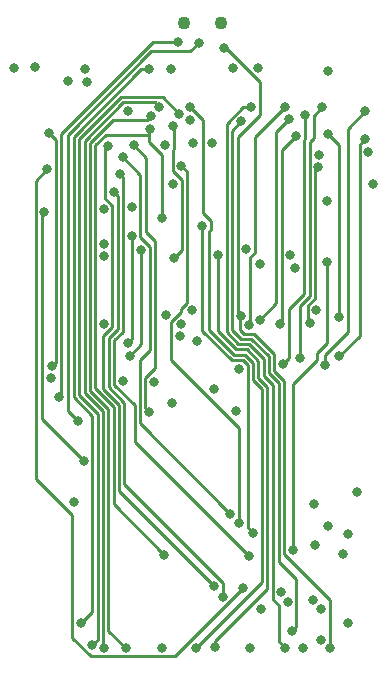
<source format=gbr>
%TF.GenerationSoftware,KiCad,Pcbnew,(6.0.2)*%
%TF.CreationDate,2022-09-17T11:41:15-05:00*%
%TF.ProjectId,REF2160,52454632-3136-4302-9e6b-696361645f70,rev?*%
%TF.SameCoordinates,Original*%
%TF.FileFunction,Copper,L3,Inr*%
%TF.FilePolarity,Positive*%
%FSLAX46Y46*%
G04 Gerber Fmt 4.6, Leading zero omitted, Abs format (unit mm)*
G04 Created by KiCad (PCBNEW (6.0.2)) date 2022-09-17 11:41:15*
%MOMM*%
%LPD*%
G01*
G04 APERTURE LIST*
%TA.AperFunction,ComponentPad*%
%ADD10C,1.100000*%
%TD*%
%TA.AperFunction,ViaPad*%
%ADD11C,0.800000*%
%TD*%
%TA.AperFunction,Conductor*%
%ADD12C,0.250000*%
%TD*%
G04 APERTURE END LIST*
D10*
%TO.N,N/C*%
%TO.C,J3*%
X153106000Y-71823000D03*
X150043835Y-71820600D03*
%TD*%
D11*
%TO.N,/USB.VCC*%
X162219900Y-75937900D03*
X148927300Y-75761300D03*
%TO.N,/USB.D-*%
X139444600Y-103485400D03*
X149520100Y-73494900D03*
%TO.N,/USB.D+*%
X151277100Y-73524600D03*
X141000000Y-105546000D03*
%TO.N,/GND*%
X162382600Y-124749800D03*
X161194900Y-96118700D03*
X154804300Y-96675200D03*
X143215000Y-87624500D03*
X141804500Y-76831700D03*
X153411100Y-73948500D03*
%TO.N,/PIC.RC0*%
X147080000Y-104770800D03*
X145745000Y-82225900D03*
%TO.N,/PIC.RC1*%
X138867000Y-100933200D03*
X138540200Y-81136200D03*
X141628000Y-75710900D03*
%TO.N,/PIC.RC2*%
X144819800Y-102175100D03*
%TO.N,/PIC.RB4*%
X145264700Y-98918000D03*
X145565400Y-89868400D03*
%TO.N,/PIC.RB6*%
X146394600Y-91090500D03*
X145412400Y-100046400D03*
%TO.N,/PIC.RC7*%
X149630200Y-98364900D03*
%TO.N,/PIC.RC6*%
X151119800Y-98773700D03*
%TO.N,/PIC.RC3*%
X149777800Y-97334000D03*
X148404600Y-82221200D03*
%TO.N,/PIC.RC4*%
X140160300Y-76743300D03*
X152528500Y-102839100D03*
X137386700Y-75590600D03*
%TO.N,/PIC.RC5*%
X148970100Y-104046300D03*
X145236500Y-79309000D03*
X135611300Y-75627300D03*
%TO.N,/PIC.CLKOUT*%
X148487900Y-96572700D03*
%TO.N,/VCC*%
X150660100Y-96165100D03*
X147097300Y-80826400D03*
X148171500Y-88331100D03*
X140657500Y-112419900D03*
X148333300Y-116858400D03*
X158800000Y-120900000D03*
%TO.N,/IRQ*%
X148133000Y-124752500D03*
X155300200Y-90951100D03*
%TO.N,/CLK*%
X147070600Y-75756300D03*
X141296700Y-122663100D03*
%TO.N,/Sys.CS1*%
X147924600Y-78993100D03*
X143266100Y-124748200D03*
%TO.N,/Sys.Reset*%
X147177900Y-79727800D03*
X145071000Y-124758800D03*
%TO.N,/Sys.CS2*%
X142259400Y-124521300D03*
X149610200Y-79537600D03*
%TO.N,/D0*%
X151057000Y-124740800D03*
X150524200Y-78989500D03*
%TO.N,/D1*%
X152889000Y-91480700D03*
X152620000Y-124716700D03*
X150542300Y-80060400D03*
%TO.N,/D2*%
X149043400Y-80552200D03*
X149130400Y-91767700D03*
%TO.N,/D3*%
X155602000Y-124754500D03*
X150812500Y-82016900D03*
X147469700Y-102226200D03*
%TO.N,/D4*%
X152347600Y-82054200D03*
X159152500Y-123328600D03*
X154867300Y-80159200D03*
%TO.N,/D5*%
X155689700Y-78984900D03*
X158600000Y-124733000D03*
%TO.N,/D6*%
X160115000Y-124761700D03*
X156310000Y-75656200D03*
X138754400Y-101933400D03*
%TO.N,/D7*%
X143215000Y-97304100D03*
X145565500Y-87395400D03*
X161630000Y-124061300D03*
%TO.N,/Cart.CS2*%
X156427000Y-92295200D03*
%TO.N,/Cart.Reset*%
X158991300Y-91488400D03*
%TO.N,/Cart.CS1*%
X159448000Y-92639600D03*
%TO.N,/XC.Vout*%
X141530000Y-108923800D03*
X138170400Y-87890800D03*
X154157700Y-75656000D03*
%TO.N,/Eon.A1*%
X164661000Y-111594600D03*
%TO.N,/Eon.A2*%
X163911100Y-115116100D03*
%TO.N,/Eon.A3*%
X163434900Y-116819600D03*
%TO.N,/Eon.A4*%
X163903000Y-122682300D03*
%TO.N,/Eon.A5*%
X161121900Y-116040600D03*
%TO.N,/Eon.A6*%
X161590000Y-121500000D03*
%TO.N,/Eon.A7*%
X162218100Y-114448600D03*
X143215000Y-91540600D03*
%TO.N,/Eon.A17*%
X160910101Y-120689899D03*
%TO.N,/Eon.A18*%
X161016700Y-112610700D03*
X143215000Y-90540400D03*
%TO.N,/Eon.WE*%
X158252857Y-120063555D03*
%TO.N,/Eon.A19*%
X156500000Y-121500000D03*
%TO.N,/Eon.A8*%
X153316600Y-120410900D03*
X144043000Y-86177000D03*
%TO.N,/Eon.A9*%
X155884000Y-115002200D03*
X149038800Y-85463400D03*
X151563700Y-89036600D03*
%TO.N,/Eon.A10*%
X155501800Y-116999800D03*
X144599100Y-84666500D03*
%TO.N,/Eon.A11*%
X138407900Y-84232000D03*
X155037500Y-119729800D03*
%TO.N,/Eon.A12*%
X154661000Y-114171400D03*
X149785000Y-83941300D03*
%TO.N,/Eon.A13*%
X144812900Y-83183600D03*
X153918000Y-113384900D03*
%TO.N,/Eon.A14*%
X152591500Y-119553100D03*
X143570500Y-82246000D03*
%TO.N,/Eon.DQ7*%
X155472700Y-97421200D03*
X158519700Y-78981000D03*
%TO.N,/Eon.DQ6*%
X156440500Y-96974400D03*
X158880300Y-79994200D03*
%TO.N,/Eon.DQ5*%
X160239000Y-79676900D03*
X158411700Y-100729700D03*
%TO.N,/Eon.DQ4*%
X159503600Y-81390300D03*
X158161000Y-97332000D03*
%TO.N,/Eon.DQ3*%
X161718500Y-78969100D03*
X159827100Y-100216100D03*
%TO.N,/Eon.DQ2*%
X165376500Y-79332000D03*
X161911000Y-100777200D03*
%TO.N,/Eon.DQ1*%
X160657000Y-97248500D03*
X161393400Y-84014200D03*
%TO.N,/Eon.DQ0*%
X162163100Y-81240800D03*
X163132800Y-96761600D03*
%TO.N,/Eon.OE*%
X163161000Y-100045500D03*
X165371300Y-81648000D03*
%TO.N,/Eon.CE*%
X161425700Y-83005000D03*
%TO.N,/Eon.A0*%
X165596400Y-82809300D03*
%TO.N,/Eon.A-1*%
X165975100Y-85471800D03*
%TO.N,/Eon.A16*%
X154676000Y-101122000D03*
%TO.N,/Eon.A15*%
X154422900Y-104692100D03*
X162137300Y-86937900D03*
%TO.N,/Eon.A20*%
X159241100Y-116493900D03*
X162109600Y-92089000D03*
%TD*%
D12*
%TO.N,/USB.D-*%
X149520100Y-73494900D02*
X147386724Y-73494900D01*
X147386724Y-73494900D02*
X139594600Y-81287024D01*
X139594600Y-81287024D02*
X139594600Y-103335400D01*
X139594600Y-103335400D02*
X139444600Y-103485400D01*
%TO.N,/USB.D+*%
X140193400Y-81324620D02*
X147256520Y-74261500D01*
X147256520Y-74261500D02*
X150540200Y-74261500D01*
X140193400Y-104739400D02*
X140193400Y-81324620D01*
X141000000Y-105546000D02*
X140193400Y-104739400D01*
X150540200Y-74261500D02*
X151277100Y-73524600D01*
%TO.N,/GND*%
X153544200Y-73948500D02*
X156416000Y-76820300D01*
X154575100Y-81476900D02*
X154575100Y-96446000D01*
X153411100Y-73948500D02*
X153544200Y-73948500D01*
X157651600Y-101335900D02*
X157651600Y-99889100D01*
X155908900Y-98146400D02*
X155069200Y-98146400D01*
X156416000Y-76820300D02*
X156416000Y-79636000D01*
X155069200Y-98146400D02*
X154747600Y-97824800D01*
X156416000Y-79636000D02*
X154575100Y-81476900D01*
X154747600Y-97824800D02*
X154747600Y-96731900D01*
X157651600Y-99889100D02*
X155908900Y-98146400D01*
X162382600Y-120683200D02*
X158516000Y-116816600D01*
X154575100Y-96446000D02*
X154804300Y-96675200D01*
X162382600Y-124749800D02*
X162382600Y-120683200D01*
X158516000Y-116816600D02*
X158516000Y-102200300D01*
X158516000Y-102200300D02*
X157651600Y-101335900D01*
X154747600Y-96731900D02*
X154804300Y-96675200D01*
%TO.N,/PIC.RC0*%
X146762700Y-83243600D02*
X145745000Y-82225900D01*
X147569800Y-101100700D02*
X147569800Y-90345600D01*
X147569800Y-90345600D02*
X146762700Y-89538500D01*
X146744600Y-101925900D02*
X147569800Y-101100700D01*
X146744600Y-104435400D02*
X146744600Y-101925900D01*
X147080000Y-104770800D02*
X146744600Y-104435400D01*
X146762700Y-89538500D02*
X146762700Y-83243600D01*
%TO.N,/PIC.RC1*%
X138540200Y-81136200D02*
X139144500Y-81740500D01*
X139144500Y-81740500D02*
X139144500Y-100655700D01*
X139144500Y-100655700D02*
X138867000Y-100933200D01*
%TO.N,/PIC.RB4*%
X145565400Y-98617300D02*
X145565400Y-89868400D01*
X145264700Y-98918000D02*
X145565400Y-98617300D01*
%TO.N,/PIC.RB6*%
X146394600Y-99064200D02*
X146394600Y-91090500D01*
X145412400Y-100046400D02*
X146394600Y-99064200D01*
%TO.N,/VCC*%
X147082100Y-80841600D02*
X147082100Y-81450400D01*
X147082100Y-81924000D02*
X148171500Y-83013400D01*
X144059700Y-104358800D02*
X142489800Y-102788900D01*
X148333300Y-116858400D02*
X144059700Y-112584800D01*
X148171500Y-83013400D02*
X148171500Y-88331100D01*
X142489800Y-82210200D02*
X143400000Y-81300000D01*
X142489800Y-102788900D02*
X142489800Y-82210200D01*
X147082100Y-81450400D02*
X147082100Y-81924000D01*
X144059700Y-112584800D02*
X144059700Y-104358800D01*
X143400000Y-81300000D02*
X146931700Y-81300000D01*
X147097300Y-80826400D02*
X147082100Y-80841600D01*
X146931700Y-81300000D02*
X147082100Y-81450400D01*
%TO.N,/CLK*%
X142259300Y-121700500D02*
X141296700Y-122663100D01*
X140689400Y-103534900D02*
X142259300Y-105104800D01*
X147070600Y-75756300D02*
X146398116Y-75756300D01*
X142259300Y-105104800D02*
X142259300Y-121700500D01*
X140689400Y-81465016D02*
X140689400Y-103534900D01*
X146398116Y-75756300D02*
X140689400Y-81465016D01*
%TO.N,/Sys.CS1*%
X144843308Y-78583900D02*
X141589600Y-81837608D01*
X143159500Y-124641600D02*
X143266100Y-124748200D01*
X147515400Y-78583900D02*
X144843308Y-78583900D01*
X141589600Y-81837608D02*
X141589600Y-103161900D01*
X141589600Y-103161900D02*
X143159500Y-104731800D01*
X147924600Y-78993100D02*
X147515400Y-78583900D01*
X143159500Y-104731800D02*
X143159500Y-124641600D01*
%TO.N,/Sys.Reset*%
X144029504Y-80034100D02*
X146871600Y-80034100D01*
X146871600Y-80034100D02*
X147177900Y-79727800D01*
X143609600Y-104545300D02*
X142039700Y-102975400D01*
X142039700Y-82023904D02*
X144029504Y-80034100D01*
X145071000Y-124758800D02*
X143609600Y-123297400D01*
X142039700Y-102975400D02*
X142039700Y-82023904D01*
X143609600Y-123297400D02*
X143609600Y-104545300D01*
%TO.N,/Sys.CS2*%
X141139500Y-81651312D02*
X141139500Y-103348400D01*
X144657012Y-78133800D02*
X141139500Y-81651312D01*
X148206400Y-78133800D02*
X144657012Y-78133800D01*
X142709400Y-124071300D02*
X142259400Y-124521300D01*
X141139500Y-103348400D02*
X142709400Y-104918300D01*
X142709400Y-104918300D02*
X142709400Y-124071300D01*
X149610200Y-79537600D02*
X148206400Y-78133800D01*
%TO.N,/D0*%
X155851200Y-102081900D02*
X155851200Y-100635100D01*
X154236600Y-99946800D02*
X152101300Y-97811500D01*
X151622500Y-87920300D02*
X151622500Y-80087800D01*
X152101300Y-97811500D02*
X152101300Y-89524500D01*
X156621900Y-119175900D02*
X156621900Y-102852600D01*
X152101300Y-89524500D02*
X152298000Y-89327800D01*
X151622500Y-80087800D02*
X150524200Y-78989500D01*
X151057000Y-124740800D02*
X156621900Y-119175900D01*
X155162900Y-99946800D02*
X154236600Y-99946800D01*
X152298000Y-88595800D02*
X151622500Y-87920300D01*
X155851200Y-100635100D02*
X155162900Y-99946800D01*
X152298000Y-89327800D02*
X152298000Y-88595800D01*
X156621900Y-102852600D02*
X155851200Y-102081900D01*
%TO.N,/D1*%
X152889000Y-97962600D02*
X152889000Y-91480700D01*
X152620000Y-124716700D02*
X152620000Y-124190900D01*
X152620000Y-124190900D02*
X157072000Y-119738900D01*
X156301300Y-101895400D02*
X156301300Y-100448600D01*
X157072000Y-119738900D02*
X157072000Y-102666100D01*
X155349400Y-99496700D02*
X154423100Y-99496700D01*
X156301300Y-100448600D02*
X155349400Y-99496700D01*
X154423100Y-99496700D02*
X152889000Y-97962600D01*
X157072000Y-102666100D02*
X156301300Y-101895400D01*
%TO.N,/D2*%
X149129700Y-80638500D02*
X149043400Y-80552200D01*
X149043400Y-82607900D02*
X149129700Y-82521600D01*
X149820800Y-85163100D02*
X149043400Y-84385700D01*
X149130400Y-91767700D02*
X149820800Y-91077300D01*
X149043400Y-84385700D02*
X149043400Y-82607900D01*
X149820800Y-91077300D02*
X149820800Y-85163100D01*
X149129700Y-82521600D02*
X149129700Y-80638500D01*
%TO.N,/D4*%
X158040700Y-102361600D02*
X157201500Y-101522400D01*
X159525000Y-122956100D02*
X159525000Y-118957300D01*
X154064300Y-97864700D02*
X154064300Y-80962200D01*
X154064300Y-80962200D02*
X154867300Y-80159200D01*
X157201500Y-101522400D02*
X157201500Y-100075600D01*
X154796100Y-98596500D02*
X154064300Y-97864700D01*
X158040700Y-117473000D02*
X158040700Y-102361600D01*
X159152500Y-123328600D02*
X159525000Y-122956100D01*
X157201500Y-100075600D02*
X155722400Y-98596500D01*
X155722400Y-98596500D02*
X154796100Y-98596500D01*
X159525000Y-118957300D02*
X158040700Y-117473000D01*
%TO.N,/D5*%
X156751400Y-100262100D02*
X156751400Y-101708900D01*
X154609600Y-99046600D02*
X155535900Y-99046600D01*
X155689700Y-78984900D02*
X154995100Y-78984900D01*
X156751400Y-101708900D02*
X157522100Y-102479600D01*
X153614200Y-98051200D02*
X154609600Y-99046600D01*
X157522100Y-102479600D02*
X157522100Y-120652900D01*
X158074800Y-121205600D02*
X158074800Y-124207800D01*
X155535900Y-99046600D02*
X156751400Y-100262100D01*
X153614200Y-80365800D02*
X153614200Y-98051200D01*
X157522100Y-120652900D02*
X158074800Y-121205600D01*
X158074800Y-124207800D02*
X158600000Y-124733000D01*
X154995100Y-78984900D02*
X153614200Y-80365800D01*
%TO.N,/XC.Vout*%
X138008300Y-88052900D02*
X138170400Y-87890800D01*
X138008300Y-105402100D02*
X138008300Y-88052900D01*
X141530000Y-108923800D02*
X138008300Y-105402100D01*
%TO.N,/Eon.A8*%
X144043000Y-86177000D02*
X144390200Y-86524200D01*
X143643100Y-98538100D02*
X143643100Y-102669000D01*
X144959900Y-103985800D02*
X144959900Y-110896000D01*
X153316600Y-119252700D02*
X153316600Y-120410900D01*
X144959900Y-110896000D02*
X153316600Y-119252700D01*
X144390200Y-97791000D02*
X143643100Y-98538100D01*
X144390200Y-86524200D02*
X144390200Y-97791000D01*
X143643100Y-102669000D02*
X144959900Y-103985800D01*
%TO.N,/Eon.A9*%
X155401100Y-100821600D02*
X154976400Y-100396900D01*
X155884000Y-115002200D02*
X155401100Y-114519300D01*
X155401100Y-114519300D02*
X155401100Y-100821600D01*
X151563700Y-97910500D02*
X151563700Y-89036600D01*
X154050100Y-100396900D02*
X151563700Y-97910500D01*
X154976400Y-100396900D02*
X154050100Y-100396900D01*
%TO.N,/Eon.A10*%
X145819600Y-104208900D02*
X144093200Y-102482500D01*
X144840300Y-84907700D02*
X144599100Y-84666500D01*
X144093200Y-98724600D02*
X144840300Y-97977500D01*
X155501800Y-116999800D02*
X145819600Y-107317600D01*
X144093200Y-102482500D02*
X144093200Y-98724600D01*
X145819600Y-107317600D02*
X145819600Y-104208900D01*
X144840300Y-97977500D02*
X144840300Y-84907700D01*
%TO.N,/Eon.A11*%
X142118300Y-125488300D02*
X149279000Y-125488300D01*
X149279000Y-125488300D02*
X155037500Y-119729800D01*
X140540300Y-113546500D02*
X140540300Y-123910300D01*
X138407900Y-84232000D02*
X137445300Y-85194600D01*
X137445300Y-110451500D02*
X140540300Y-113546500D01*
X137445300Y-85194600D02*
X137445300Y-110451500D01*
X140540300Y-123910300D02*
X142118300Y-125488300D01*
%TO.N,/Eon.A12*%
X148899700Y-100350900D02*
X154661000Y-106112200D01*
X150270900Y-84427200D02*
X150270900Y-95528900D01*
X150270900Y-95528900D02*
X149745400Y-96054400D01*
X149745400Y-96340900D02*
X148899700Y-97186600D01*
X149745400Y-96054400D02*
X149745400Y-96340900D01*
X148899700Y-97186600D02*
X148899700Y-100350900D01*
X154661000Y-106112200D02*
X154661000Y-114171400D01*
X149785000Y-83941300D02*
X150270900Y-84427200D01*
%TO.N,/Eon.A13*%
X146312600Y-84683300D02*
X146312600Y-89983000D01*
X144812900Y-83183600D02*
X146312600Y-84683300D01*
X146269700Y-105736600D02*
X153918000Y-113384900D01*
X146312600Y-89983000D02*
X147119700Y-90790100D01*
X147119700Y-99521000D02*
X146269700Y-100371000D01*
X147119700Y-90790100D02*
X147119700Y-99521000D01*
X146269700Y-100371000D02*
X146269700Y-105736600D01*
%TO.N,/Eon.A14*%
X143317800Y-86701900D02*
X143940100Y-87324200D01*
X144509800Y-104172300D02*
X144509800Y-111471400D01*
X143570500Y-82246000D02*
X143317800Y-82498700D01*
X143193000Y-102855500D02*
X144509800Y-104172300D01*
X144509800Y-111471400D02*
X152591500Y-119553100D01*
X143193000Y-98351600D02*
X143193000Y-102855500D01*
X143940100Y-87324200D02*
X143940100Y-97604500D01*
X143940100Y-97604500D02*
X143193000Y-98351600D01*
X143317800Y-82498700D02*
X143317800Y-86701900D01*
%TO.N,/Eon.DQ7*%
X155557300Y-91719500D02*
X155557300Y-97336600D01*
X155557300Y-97336600D02*
X155472700Y-97421200D01*
X158519700Y-78981000D02*
X156025300Y-81475400D01*
X156025300Y-81475400D02*
X156025300Y-91251500D01*
X156025300Y-91251500D02*
X155557300Y-91719500D01*
%TO.N,/Eon.DQ6*%
X157816100Y-81058400D02*
X157816100Y-95598800D01*
X158880300Y-79994200D02*
X157816100Y-81058400D01*
X157816100Y-95598800D02*
X156440500Y-96974400D01*
%TO.N,/Eon.DQ5*%
X160239000Y-81680400D02*
X160239000Y-79676900D01*
X160184200Y-81735200D02*
X160239000Y-81680400D01*
X158902900Y-96093000D02*
X160184200Y-94811700D01*
X158411700Y-100729700D02*
X158902900Y-100238500D01*
X160184200Y-94811700D02*
X160184200Y-81735200D01*
X158902900Y-100238500D02*
X158902900Y-96093000D01*
%TO.N,/Eon.DQ4*%
X158266200Y-82627700D02*
X158266200Y-97226800D01*
X159503600Y-81390300D02*
X158266200Y-82627700D01*
X158266200Y-97226800D02*
X158161000Y-97332000D01*
%TO.N,/Eon.DQ3*%
X160993400Y-79694200D02*
X160993400Y-81562600D01*
X160651900Y-94999700D02*
X159827100Y-95824500D01*
X160993400Y-81562600D02*
X160651900Y-81904100D01*
X160651900Y-81904100D02*
X160651900Y-94999700D01*
X161718500Y-78969100D02*
X160993400Y-79694200D01*
X159827100Y-95824500D02*
X159827100Y-100216100D01*
%TO.N,/Eon.DQ2*%
X163888800Y-80819700D02*
X165376500Y-79332000D01*
X161911000Y-100777200D02*
X161911000Y-99969100D01*
X163888800Y-97991300D02*
X163888800Y-80819700D01*
X161911000Y-99969100D02*
X163888800Y-97991300D01*
%TO.N,/Eon.DQ1*%
X161128700Y-84278900D02*
X161128700Y-95159500D01*
X160469800Y-95818400D02*
X160469800Y-97061300D01*
X161128700Y-95159500D02*
X160469800Y-95818400D01*
X161393400Y-84014200D02*
X161128700Y-84278900D01*
X160469800Y-97061300D02*
X160657000Y-97248500D01*
%TO.N,/Eon.DQ0*%
X163132800Y-96761600D02*
X163132800Y-82210500D01*
X163132800Y-82210500D02*
X162163100Y-81240800D01*
%TO.N,/Eon.OE*%
X164871200Y-82148100D02*
X165371300Y-81648000D01*
X164871200Y-98335300D02*
X164871200Y-82148100D01*
X163161000Y-100045500D02*
X164871200Y-98335300D01*
%TO.N,/Eon.A20*%
X162109600Y-92089000D02*
X162109600Y-98908700D01*
X161265000Y-99753300D02*
X161265000Y-100397800D01*
X162109600Y-98908700D02*
X161265000Y-99753300D01*
X159241100Y-102421700D02*
X159241100Y-116493900D01*
X161265000Y-100397800D02*
X159241100Y-102421700D01*
%TD*%
M02*

</source>
